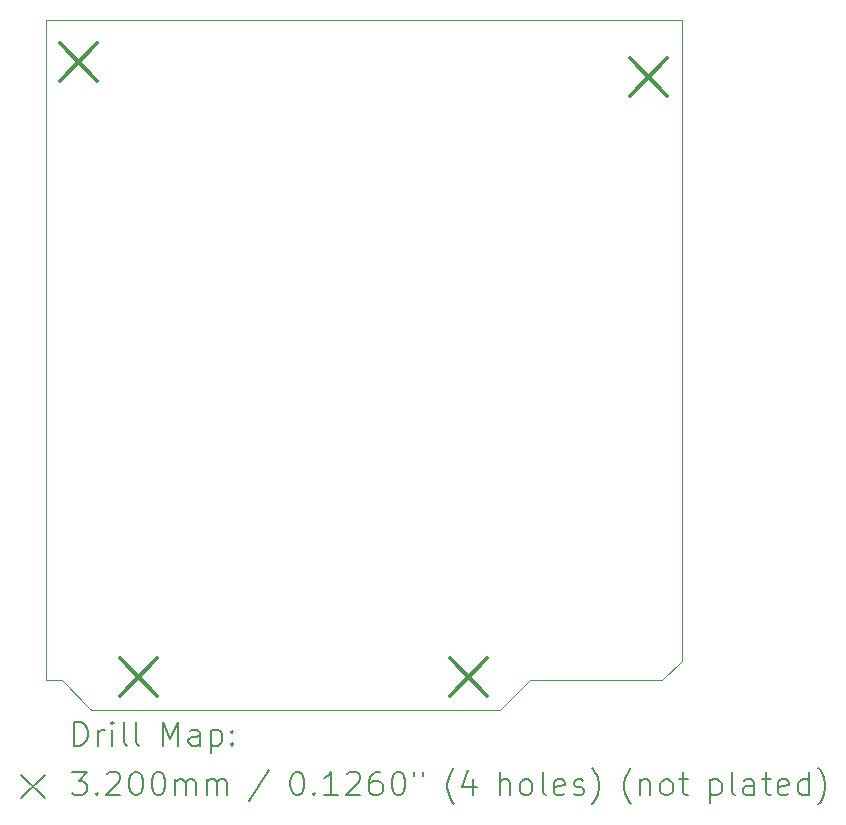
<source format=gbr>
%TF.GenerationSoftware,KiCad,Pcbnew,7.0.0*%
%TF.CreationDate,2023-02-28T23:46:12-08:00*%
%TF.ProjectId,KYBERNETES-CHASSIS-SHIELD,4b594245-524e-4455-9445-532d43484153,rev?*%
%TF.SameCoordinates,Original*%
%TF.FileFunction,Drillmap*%
%TF.FilePolarity,Positive*%
%FSLAX45Y45*%
G04 Gerber Fmt 4.5, Leading zero omitted, Abs format (unit mm)*
G04 Created by KiCad (PCBNEW 7.0.0) date 2023-02-28 23:46:12*
%MOMM*%
%LPD*%
G01*
G04 APERTURE LIST*
%ADD10C,0.100000*%
%ADD11C,0.200000*%
%ADD12C,0.320000*%
G04 APERTURE END LIST*
D10*
X17872500Y-12752500D02*
X17707500Y-12917500D01*
X12867500Y-13157500D02*
X12627500Y-12917500D01*
X17872500Y-7325000D02*
X17872500Y-12752500D01*
X16335000Y-13172500D02*
X12882500Y-13172500D01*
X12487500Y-7325000D02*
X17872500Y-7325000D01*
X17707500Y-12917500D02*
X16590000Y-12917500D01*
X12882500Y-13172500D02*
X12867500Y-13157500D01*
X16590000Y-12917500D02*
X16335000Y-13172500D01*
X12627500Y-12917500D02*
X12487500Y-12917500D01*
X12487500Y-7325000D02*
X12487500Y-12917500D01*
D11*
D12*
X12607000Y-7524988D02*
X12927000Y-7844988D01*
X12927000Y-7524988D02*
X12607000Y-7844988D01*
X13115000Y-12731988D02*
X13435000Y-13051988D01*
X13435000Y-12731988D02*
X13115000Y-13051988D01*
X15909000Y-12731988D02*
X16229000Y-13051988D01*
X16229000Y-12731988D02*
X15909000Y-13051988D01*
X17433000Y-7651988D02*
X17753000Y-7971988D01*
X17753000Y-7651988D02*
X17433000Y-7971988D01*
D11*
X12730119Y-13470976D02*
X12730119Y-13270976D01*
X12730119Y-13270976D02*
X12777738Y-13270976D01*
X12777738Y-13270976D02*
X12806309Y-13280500D01*
X12806309Y-13280500D02*
X12825357Y-13299548D01*
X12825357Y-13299548D02*
X12834881Y-13318595D01*
X12834881Y-13318595D02*
X12844405Y-13356690D01*
X12844405Y-13356690D02*
X12844405Y-13385262D01*
X12844405Y-13385262D02*
X12834881Y-13423357D01*
X12834881Y-13423357D02*
X12825357Y-13442405D01*
X12825357Y-13442405D02*
X12806309Y-13461452D01*
X12806309Y-13461452D02*
X12777738Y-13470976D01*
X12777738Y-13470976D02*
X12730119Y-13470976D01*
X12930119Y-13470976D02*
X12930119Y-13337643D01*
X12930119Y-13375738D02*
X12939643Y-13356690D01*
X12939643Y-13356690D02*
X12949167Y-13347167D01*
X12949167Y-13347167D02*
X12968214Y-13337643D01*
X12968214Y-13337643D02*
X12987262Y-13337643D01*
X13053928Y-13470976D02*
X13053928Y-13337643D01*
X13053928Y-13270976D02*
X13044405Y-13280500D01*
X13044405Y-13280500D02*
X13053928Y-13290024D01*
X13053928Y-13290024D02*
X13063452Y-13280500D01*
X13063452Y-13280500D02*
X13053928Y-13270976D01*
X13053928Y-13270976D02*
X13053928Y-13290024D01*
X13177738Y-13470976D02*
X13158690Y-13461452D01*
X13158690Y-13461452D02*
X13149167Y-13442405D01*
X13149167Y-13442405D02*
X13149167Y-13270976D01*
X13282500Y-13470976D02*
X13263452Y-13461452D01*
X13263452Y-13461452D02*
X13253928Y-13442405D01*
X13253928Y-13442405D02*
X13253928Y-13270976D01*
X13478690Y-13470976D02*
X13478690Y-13270976D01*
X13478690Y-13270976D02*
X13545357Y-13413833D01*
X13545357Y-13413833D02*
X13612024Y-13270976D01*
X13612024Y-13270976D02*
X13612024Y-13470976D01*
X13792976Y-13470976D02*
X13792976Y-13366214D01*
X13792976Y-13366214D02*
X13783452Y-13347167D01*
X13783452Y-13347167D02*
X13764405Y-13337643D01*
X13764405Y-13337643D02*
X13726309Y-13337643D01*
X13726309Y-13337643D02*
X13707262Y-13347167D01*
X13792976Y-13461452D02*
X13773928Y-13470976D01*
X13773928Y-13470976D02*
X13726309Y-13470976D01*
X13726309Y-13470976D02*
X13707262Y-13461452D01*
X13707262Y-13461452D02*
X13697738Y-13442405D01*
X13697738Y-13442405D02*
X13697738Y-13423357D01*
X13697738Y-13423357D02*
X13707262Y-13404309D01*
X13707262Y-13404309D02*
X13726309Y-13394786D01*
X13726309Y-13394786D02*
X13773928Y-13394786D01*
X13773928Y-13394786D02*
X13792976Y-13385262D01*
X13888214Y-13337643D02*
X13888214Y-13537643D01*
X13888214Y-13347167D02*
X13907262Y-13337643D01*
X13907262Y-13337643D02*
X13945357Y-13337643D01*
X13945357Y-13337643D02*
X13964405Y-13347167D01*
X13964405Y-13347167D02*
X13973928Y-13356690D01*
X13973928Y-13356690D02*
X13983452Y-13375738D01*
X13983452Y-13375738D02*
X13983452Y-13432881D01*
X13983452Y-13432881D02*
X13973928Y-13451928D01*
X13973928Y-13451928D02*
X13964405Y-13461452D01*
X13964405Y-13461452D02*
X13945357Y-13470976D01*
X13945357Y-13470976D02*
X13907262Y-13470976D01*
X13907262Y-13470976D02*
X13888214Y-13461452D01*
X14069167Y-13451928D02*
X14078690Y-13461452D01*
X14078690Y-13461452D02*
X14069167Y-13470976D01*
X14069167Y-13470976D02*
X14059643Y-13461452D01*
X14059643Y-13461452D02*
X14069167Y-13451928D01*
X14069167Y-13451928D02*
X14069167Y-13470976D01*
X14069167Y-13347167D02*
X14078690Y-13356690D01*
X14078690Y-13356690D02*
X14069167Y-13366214D01*
X14069167Y-13366214D02*
X14059643Y-13356690D01*
X14059643Y-13356690D02*
X14069167Y-13347167D01*
X14069167Y-13347167D02*
X14069167Y-13366214D01*
X12282500Y-13717500D02*
X12482500Y-13917500D01*
X12482500Y-13717500D02*
X12282500Y-13917500D01*
X12711071Y-13690976D02*
X12834881Y-13690976D01*
X12834881Y-13690976D02*
X12768214Y-13767167D01*
X12768214Y-13767167D02*
X12796786Y-13767167D01*
X12796786Y-13767167D02*
X12815833Y-13776690D01*
X12815833Y-13776690D02*
X12825357Y-13786214D01*
X12825357Y-13786214D02*
X12834881Y-13805262D01*
X12834881Y-13805262D02*
X12834881Y-13852881D01*
X12834881Y-13852881D02*
X12825357Y-13871928D01*
X12825357Y-13871928D02*
X12815833Y-13881452D01*
X12815833Y-13881452D02*
X12796786Y-13890976D01*
X12796786Y-13890976D02*
X12739643Y-13890976D01*
X12739643Y-13890976D02*
X12720595Y-13881452D01*
X12720595Y-13881452D02*
X12711071Y-13871928D01*
X12920595Y-13871928D02*
X12930119Y-13881452D01*
X12930119Y-13881452D02*
X12920595Y-13890976D01*
X12920595Y-13890976D02*
X12911071Y-13881452D01*
X12911071Y-13881452D02*
X12920595Y-13871928D01*
X12920595Y-13871928D02*
X12920595Y-13890976D01*
X13006309Y-13710024D02*
X13015833Y-13700500D01*
X13015833Y-13700500D02*
X13034881Y-13690976D01*
X13034881Y-13690976D02*
X13082500Y-13690976D01*
X13082500Y-13690976D02*
X13101548Y-13700500D01*
X13101548Y-13700500D02*
X13111071Y-13710024D01*
X13111071Y-13710024D02*
X13120595Y-13729071D01*
X13120595Y-13729071D02*
X13120595Y-13748119D01*
X13120595Y-13748119D02*
X13111071Y-13776690D01*
X13111071Y-13776690D02*
X12996786Y-13890976D01*
X12996786Y-13890976D02*
X13120595Y-13890976D01*
X13244405Y-13690976D02*
X13263452Y-13690976D01*
X13263452Y-13690976D02*
X13282500Y-13700500D01*
X13282500Y-13700500D02*
X13292024Y-13710024D01*
X13292024Y-13710024D02*
X13301548Y-13729071D01*
X13301548Y-13729071D02*
X13311071Y-13767167D01*
X13311071Y-13767167D02*
X13311071Y-13814786D01*
X13311071Y-13814786D02*
X13301548Y-13852881D01*
X13301548Y-13852881D02*
X13292024Y-13871928D01*
X13292024Y-13871928D02*
X13282500Y-13881452D01*
X13282500Y-13881452D02*
X13263452Y-13890976D01*
X13263452Y-13890976D02*
X13244405Y-13890976D01*
X13244405Y-13890976D02*
X13225357Y-13881452D01*
X13225357Y-13881452D02*
X13215833Y-13871928D01*
X13215833Y-13871928D02*
X13206309Y-13852881D01*
X13206309Y-13852881D02*
X13196786Y-13814786D01*
X13196786Y-13814786D02*
X13196786Y-13767167D01*
X13196786Y-13767167D02*
X13206309Y-13729071D01*
X13206309Y-13729071D02*
X13215833Y-13710024D01*
X13215833Y-13710024D02*
X13225357Y-13700500D01*
X13225357Y-13700500D02*
X13244405Y-13690976D01*
X13434881Y-13690976D02*
X13453929Y-13690976D01*
X13453929Y-13690976D02*
X13472976Y-13700500D01*
X13472976Y-13700500D02*
X13482500Y-13710024D01*
X13482500Y-13710024D02*
X13492024Y-13729071D01*
X13492024Y-13729071D02*
X13501548Y-13767167D01*
X13501548Y-13767167D02*
X13501548Y-13814786D01*
X13501548Y-13814786D02*
X13492024Y-13852881D01*
X13492024Y-13852881D02*
X13482500Y-13871928D01*
X13482500Y-13871928D02*
X13472976Y-13881452D01*
X13472976Y-13881452D02*
X13453929Y-13890976D01*
X13453929Y-13890976D02*
X13434881Y-13890976D01*
X13434881Y-13890976D02*
X13415833Y-13881452D01*
X13415833Y-13881452D02*
X13406309Y-13871928D01*
X13406309Y-13871928D02*
X13396786Y-13852881D01*
X13396786Y-13852881D02*
X13387262Y-13814786D01*
X13387262Y-13814786D02*
X13387262Y-13767167D01*
X13387262Y-13767167D02*
X13396786Y-13729071D01*
X13396786Y-13729071D02*
X13406309Y-13710024D01*
X13406309Y-13710024D02*
X13415833Y-13700500D01*
X13415833Y-13700500D02*
X13434881Y-13690976D01*
X13587262Y-13890976D02*
X13587262Y-13757643D01*
X13587262Y-13776690D02*
X13596786Y-13767167D01*
X13596786Y-13767167D02*
X13615833Y-13757643D01*
X13615833Y-13757643D02*
X13644405Y-13757643D01*
X13644405Y-13757643D02*
X13663452Y-13767167D01*
X13663452Y-13767167D02*
X13672976Y-13786214D01*
X13672976Y-13786214D02*
X13672976Y-13890976D01*
X13672976Y-13786214D02*
X13682500Y-13767167D01*
X13682500Y-13767167D02*
X13701548Y-13757643D01*
X13701548Y-13757643D02*
X13730119Y-13757643D01*
X13730119Y-13757643D02*
X13749167Y-13767167D01*
X13749167Y-13767167D02*
X13758690Y-13786214D01*
X13758690Y-13786214D02*
X13758690Y-13890976D01*
X13853929Y-13890976D02*
X13853929Y-13757643D01*
X13853929Y-13776690D02*
X13863452Y-13767167D01*
X13863452Y-13767167D02*
X13882500Y-13757643D01*
X13882500Y-13757643D02*
X13911071Y-13757643D01*
X13911071Y-13757643D02*
X13930119Y-13767167D01*
X13930119Y-13767167D02*
X13939643Y-13786214D01*
X13939643Y-13786214D02*
X13939643Y-13890976D01*
X13939643Y-13786214D02*
X13949167Y-13767167D01*
X13949167Y-13767167D02*
X13968214Y-13757643D01*
X13968214Y-13757643D02*
X13996786Y-13757643D01*
X13996786Y-13757643D02*
X14015833Y-13767167D01*
X14015833Y-13767167D02*
X14025357Y-13786214D01*
X14025357Y-13786214D02*
X14025357Y-13890976D01*
X14383452Y-13681452D02*
X14212024Y-13938595D01*
X14608214Y-13690976D02*
X14627262Y-13690976D01*
X14627262Y-13690976D02*
X14646310Y-13700500D01*
X14646310Y-13700500D02*
X14655833Y-13710024D01*
X14655833Y-13710024D02*
X14665357Y-13729071D01*
X14665357Y-13729071D02*
X14674881Y-13767167D01*
X14674881Y-13767167D02*
X14674881Y-13814786D01*
X14674881Y-13814786D02*
X14665357Y-13852881D01*
X14665357Y-13852881D02*
X14655833Y-13871928D01*
X14655833Y-13871928D02*
X14646310Y-13881452D01*
X14646310Y-13881452D02*
X14627262Y-13890976D01*
X14627262Y-13890976D02*
X14608214Y-13890976D01*
X14608214Y-13890976D02*
X14589167Y-13881452D01*
X14589167Y-13881452D02*
X14579643Y-13871928D01*
X14579643Y-13871928D02*
X14570119Y-13852881D01*
X14570119Y-13852881D02*
X14560595Y-13814786D01*
X14560595Y-13814786D02*
X14560595Y-13767167D01*
X14560595Y-13767167D02*
X14570119Y-13729071D01*
X14570119Y-13729071D02*
X14579643Y-13710024D01*
X14579643Y-13710024D02*
X14589167Y-13700500D01*
X14589167Y-13700500D02*
X14608214Y-13690976D01*
X14760595Y-13871928D02*
X14770119Y-13881452D01*
X14770119Y-13881452D02*
X14760595Y-13890976D01*
X14760595Y-13890976D02*
X14751071Y-13881452D01*
X14751071Y-13881452D02*
X14760595Y-13871928D01*
X14760595Y-13871928D02*
X14760595Y-13890976D01*
X14960595Y-13890976D02*
X14846310Y-13890976D01*
X14903452Y-13890976D02*
X14903452Y-13690976D01*
X14903452Y-13690976D02*
X14884405Y-13719548D01*
X14884405Y-13719548D02*
X14865357Y-13738595D01*
X14865357Y-13738595D02*
X14846310Y-13748119D01*
X15036786Y-13710024D02*
X15046310Y-13700500D01*
X15046310Y-13700500D02*
X15065357Y-13690976D01*
X15065357Y-13690976D02*
X15112976Y-13690976D01*
X15112976Y-13690976D02*
X15132024Y-13700500D01*
X15132024Y-13700500D02*
X15141548Y-13710024D01*
X15141548Y-13710024D02*
X15151071Y-13729071D01*
X15151071Y-13729071D02*
X15151071Y-13748119D01*
X15151071Y-13748119D02*
X15141548Y-13776690D01*
X15141548Y-13776690D02*
X15027262Y-13890976D01*
X15027262Y-13890976D02*
X15151071Y-13890976D01*
X15322500Y-13690976D02*
X15284405Y-13690976D01*
X15284405Y-13690976D02*
X15265357Y-13700500D01*
X15265357Y-13700500D02*
X15255833Y-13710024D01*
X15255833Y-13710024D02*
X15236786Y-13738595D01*
X15236786Y-13738595D02*
X15227262Y-13776690D01*
X15227262Y-13776690D02*
X15227262Y-13852881D01*
X15227262Y-13852881D02*
X15236786Y-13871928D01*
X15236786Y-13871928D02*
X15246310Y-13881452D01*
X15246310Y-13881452D02*
X15265357Y-13890976D01*
X15265357Y-13890976D02*
X15303452Y-13890976D01*
X15303452Y-13890976D02*
X15322500Y-13881452D01*
X15322500Y-13881452D02*
X15332024Y-13871928D01*
X15332024Y-13871928D02*
X15341548Y-13852881D01*
X15341548Y-13852881D02*
X15341548Y-13805262D01*
X15341548Y-13805262D02*
X15332024Y-13786214D01*
X15332024Y-13786214D02*
X15322500Y-13776690D01*
X15322500Y-13776690D02*
X15303452Y-13767167D01*
X15303452Y-13767167D02*
X15265357Y-13767167D01*
X15265357Y-13767167D02*
X15246310Y-13776690D01*
X15246310Y-13776690D02*
X15236786Y-13786214D01*
X15236786Y-13786214D02*
X15227262Y-13805262D01*
X15465357Y-13690976D02*
X15484405Y-13690976D01*
X15484405Y-13690976D02*
X15503452Y-13700500D01*
X15503452Y-13700500D02*
X15512976Y-13710024D01*
X15512976Y-13710024D02*
X15522500Y-13729071D01*
X15522500Y-13729071D02*
X15532024Y-13767167D01*
X15532024Y-13767167D02*
X15532024Y-13814786D01*
X15532024Y-13814786D02*
X15522500Y-13852881D01*
X15522500Y-13852881D02*
X15512976Y-13871928D01*
X15512976Y-13871928D02*
X15503452Y-13881452D01*
X15503452Y-13881452D02*
X15484405Y-13890976D01*
X15484405Y-13890976D02*
X15465357Y-13890976D01*
X15465357Y-13890976D02*
X15446310Y-13881452D01*
X15446310Y-13881452D02*
X15436786Y-13871928D01*
X15436786Y-13871928D02*
X15427262Y-13852881D01*
X15427262Y-13852881D02*
X15417738Y-13814786D01*
X15417738Y-13814786D02*
X15417738Y-13767167D01*
X15417738Y-13767167D02*
X15427262Y-13729071D01*
X15427262Y-13729071D02*
X15436786Y-13710024D01*
X15436786Y-13710024D02*
X15446310Y-13700500D01*
X15446310Y-13700500D02*
X15465357Y-13690976D01*
X15608214Y-13690976D02*
X15608214Y-13729071D01*
X15684405Y-13690976D02*
X15684405Y-13729071D01*
X15947262Y-13967167D02*
X15937738Y-13957643D01*
X15937738Y-13957643D02*
X15918691Y-13929071D01*
X15918691Y-13929071D02*
X15909167Y-13910024D01*
X15909167Y-13910024D02*
X15899643Y-13881452D01*
X15899643Y-13881452D02*
X15890119Y-13833833D01*
X15890119Y-13833833D02*
X15890119Y-13795738D01*
X15890119Y-13795738D02*
X15899643Y-13748119D01*
X15899643Y-13748119D02*
X15909167Y-13719548D01*
X15909167Y-13719548D02*
X15918691Y-13700500D01*
X15918691Y-13700500D02*
X15937738Y-13671928D01*
X15937738Y-13671928D02*
X15947262Y-13662405D01*
X16109167Y-13757643D02*
X16109167Y-13890976D01*
X16061548Y-13681452D02*
X16013929Y-13824309D01*
X16013929Y-13824309D02*
X16137738Y-13824309D01*
X16333929Y-13890976D02*
X16333929Y-13690976D01*
X16419643Y-13890976D02*
X16419643Y-13786214D01*
X16419643Y-13786214D02*
X16410119Y-13767167D01*
X16410119Y-13767167D02*
X16391072Y-13757643D01*
X16391072Y-13757643D02*
X16362500Y-13757643D01*
X16362500Y-13757643D02*
X16343452Y-13767167D01*
X16343452Y-13767167D02*
X16333929Y-13776690D01*
X16543452Y-13890976D02*
X16524405Y-13881452D01*
X16524405Y-13881452D02*
X16514881Y-13871928D01*
X16514881Y-13871928D02*
X16505357Y-13852881D01*
X16505357Y-13852881D02*
X16505357Y-13795738D01*
X16505357Y-13795738D02*
X16514881Y-13776690D01*
X16514881Y-13776690D02*
X16524405Y-13767167D01*
X16524405Y-13767167D02*
X16543452Y-13757643D01*
X16543452Y-13757643D02*
X16572024Y-13757643D01*
X16572024Y-13757643D02*
X16591072Y-13767167D01*
X16591072Y-13767167D02*
X16600595Y-13776690D01*
X16600595Y-13776690D02*
X16610119Y-13795738D01*
X16610119Y-13795738D02*
X16610119Y-13852881D01*
X16610119Y-13852881D02*
X16600595Y-13871928D01*
X16600595Y-13871928D02*
X16591072Y-13881452D01*
X16591072Y-13881452D02*
X16572024Y-13890976D01*
X16572024Y-13890976D02*
X16543452Y-13890976D01*
X16724405Y-13890976D02*
X16705357Y-13881452D01*
X16705357Y-13881452D02*
X16695833Y-13862405D01*
X16695833Y-13862405D02*
X16695833Y-13690976D01*
X16876786Y-13881452D02*
X16857738Y-13890976D01*
X16857738Y-13890976D02*
X16819643Y-13890976D01*
X16819643Y-13890976D02*
X16800595Y-13881452D01*
X16800595Y-13881452D02*
X16791072Y-13862405D01*
X16791072Y-13862405D02*
X16791072Y-13786214D01*
X16791072Y-13786214D02*
X16800595Y-13767167D01*
X16800595Y-13767167D02*
X16819643Y-13757643D01*
X16819643Y-13757643D02*
X16857738Y-13757643D01*
X16857738Y-13757643D02*
X16876786Y-13767167D01*
X16876786Y-13767167D02*
X16886310Y-13786214D01*
X16886310Y-13786214D02*
X16886310Y-13805262D01*
X16886310Y-13805262D02*
X16791072Y-13824309D01*
X16962500Y-13881452D02*
X16981548Y-13890976D01*
X16981548Y-13890976D02*
X17019643Y-13890976D01*
X17019643Y-13890976D02*
X17038691Y-13881452D01*
X17038691Y-13881452D02*
X17048215Y-13862405D01*
X17048215Y-13862405D02*
X17048215Y-13852881D01*
X17048215Y-13852881D02*
X17038691Y-13833833D01*
X17038691Y-13833833D02*
X17019643Y-13824309D01*
X17019643Y-13824309D02*
X16991072Y-13824309D01*
X16991072Y-13824309D02*
X16972024Y-13814786D01*
X16972024Y-13814786D02*
X16962500Y-13795738D01*
X16962500Y-13795738D02*
X16962500Y-13786214D01*
X16962500Y-13786214D02*
X16972024Y-13767167D01*
X16972024Y-13767167D02*
X16991072Y-13757643D01*
X16991072Y-13757643D02*
X17019643Y-13757643D01*
X17019643Y-13757643D02*
X17038691Y-13767167D01*
X17114881Y-13967167D02*
X17124405Y-13957643D01*
X17124405Y-13957643D02*
X17143453Y-13929071D01*
X17143453Y-13929071D02*
X17152976Y-13910024D01*
X17152976Y-13910024D02*
X17162500Y-13881452D01*
X17162500Y-13881452D02*
X17172024Y-13833833D01*
X17172024Y-13833833D02*
X17172024Y-13795738D01*
X17172024Y-13795738D02*
X17162500Y-13748119D01*
X17162500Y-13748119D02*
X17152976Y-13719548D01*
X17152976Y-13719548D02*
X17143453Y-13700500D01*
X17143453Y-13700500D02*
X17124405Y-13671928D01*
X17124405Y-13671928D02*
X17114881Y-13662405D01*
X17444405Y-13967167D02*
X17434881Y-13957643D01*
X17434881Y-13957643D02*
X17415834Y-13929071D01*
X17415834Y-13929071D02*
X17406310Y-13910024D01*
X17406310Y-13910024D02*
X17396786Y-13881452D01*
X17396786Y-13881452D02*
X17387262Y-13833833D01*
X17387262Y-13833833D02*
X17387262Y-13795738D01*
X17387262Y-13795738D02*
X17396786Y-13748119D01*
X17396786Y-13748119D02*
X17406310Y-13719548D01*
X17406310Y-13719548D02*
X17415834Y-13700500D01*
X17415834Y-13700500D02*
X17434881Y-13671928D01*
X17434881Y-13671928D02*
X17444405Y-13662405D01*
X17520595Y-13757643D02*
X17520595Y-13890976D01*
X17520595Y-13776690D02*
X17530119Y-13767167D01*
X17530119Y-13767167D02*
X17549167Y-13757643D01*
X17549167Y-13757643D02*
X17577738Y-13757643D01*
X17577738Y-13757643D02*
X17596786Y-13767167D01*
X17596786Y-13767167D02*
X17606310Y-13786214D01*
X17606310Y-13786214D02*
X17606310Y-13890976D01*
X17730119Y-13890976D02*
X17711072Y-13881452D01*
X17711072Y-13881452D02*
X17701548Y-13871928D01*
X17701548Y-13871928D02*
X17692024Y-13852881D01*
X17692024Y-13852881D02*
X17692024Y-13795738D01*
X17692024Y-13795738D02*
X17701548Y-13776690D01*
X17701548Y-13776690D02*
X17711072Y-13767167D01*
X17711072Y-13767167D02*
X17730119Y-13757643D01*
X17730119Y-13757643D02*
X17758691Y-13757643D01*
X17758691Y-13757643D02*
X17777738Y-13767167D01*
X17777738Y-13767167D02*
X17787262Y-13776690D01*
X17787262Y-13776690D02*
X17796786Y-13795738D01*
X17796786Y-13795738D02*
X17796786Y-13852881D01*
X17796786Y-13852881D02*
X17787262Y-13871928D01*
X17787262Y-13871928D02*
X17777738Y-13881452D01*
X17777738Y-13881452D02*
X17758691Y-13890976D01*
X17758691Y-13890976D02*
X17730119Y-13890976D01*
X17853929Y-13757643D02*
X17930119Y-13757643D01*
X17882500Y-13690976D02*
X17882500Y-13862405D01*
X17882500Y-13862405D02*
X17892024Y-13881452D01*
X17892024Y-13881452D02*
X17911072Y-13890976D01*
X17911072Y-13890976D02*
X17930119Y-13890976D01*
X18116786Y-13757643D02*
X18116786Y-13957643D01*
X18116786Y-13767167D02*
X18135834Y-13757643D01*
X18135834Y-13757643D02*
X18173929Y-13757643D01*
X18173929Y-13757643D02*
X18192976Y-13767167D01*
X18192976Y-13767167D02*
X18202500Y-13776690D01*
X18202500Y-13776690D02*
X18212024Y-13795738D01*
X18212024Y-13795738D02*
X18212024Y-13852881D01*
X18212024Y-13852881D02*
X18202500Y-13871928D01*
X18202500Y-13871928D02*
X18192976Y-13881452D01*
X18192976Y-13881452D02*
X18173929Y-13890976D01*
X18173929Y-13890976D02*
X18135834Y-13890976D01*
X18135834Y-13890976D02*
X18116786Y-13881452D01*
X18326310Y-13890976D02*
X18307262Y-13881452D01*
X18307262Y-13881452D02*
X18297738Y-13862405D01*
X18297738Y-13862405D02*
X18297738Y-13690976D01*
X18488215Y-13890976D02*
X18488215Y-13786214D01*
X18488215Y-13786214D02*
X18478691Y-13767167D01*
X18478691Y-13767167D02*
X18459643Y-13757643D01*
X18459643Y-13757643D02*
X18421548Y-13757643D01*
X18421548Y-13757643D02*
X18402500Y-13767167D01*
X18488215Y-13881452D02*
X18469167Y-13890976D01*
X18469167Y-13890976D02*
X18421548Y-13890976D01*
X18421548Y-13890976D02*
X18402500Y-13881452D01*
X18402500Y-13881452D02*
X18392976Y-13862405D01*
X18392976Y-13862405D02*
X18392976Y-13843357D01*
X18392976Y-13843357D02*
X18402500Y-13824309D01*
X18402500Y-13824309D02*
X18421548Y-13814786D01*
X18421548Y-13814786D02*
X18469167Y-13814786D01*
X18469167Y-13814786D02*
X18488215Y-13805262D01*
X18554881Y-13757643D02*
X18631072Y-13757643D01*
X18583453Y-13690976D02*
X18583453Y-13862405D01*
X18583453Y-13862405D02*
X18592976Y-13881452D01*
X18592976Y-13881452D02*
X18612024Y-13890976D01*
X18612024Y-13890976D02*
X18631072Y-13890976D01*
X18773929Y-13881452D02*
X18754881Y-13890976D01*
X18754881Y-13890976D02*
X18716786Y-13890976D01*
X18716786Y-13890976D02*
X18697738Y-13881452D01*
X18697738Y-13881452D02*
X18688215Y-13862405D01*
X18688215Y-13862405D02*
X18688215Y-13786214D01*
X18688215Y-13786214D02*
X18697738Y-13767167D01*
X18697738Y-13767167D02*
X18716786Y-13757643D01*
X18716786Y-13757643D02*
X18754881Y-13757643D01*
X18754881Y-13757643D02*
X18773929Y-13767167D01*
X18773929Y-13767167D02*
X18783453Y-13786214D01*
X18783453Y-13786214D02*
X18783453Y-13805262D01*
X18783453Y-13805262D02*
X18688215Y-13824309D01*
X18954881Y-13890976D02*
X18954881Y-13690976D01*
X18954881Y-13881452D02*
X18935834Y-13890976D01*
X18935834Y-13890976D02*
X18897738Y-13890976D01*
X18897738Y-13890976D02*
X18878691Y-13881452D01*
X18878691Y-13881452D02*
X18869167Y-13871928D01*
X18869167Y-13871928D02*
X18859643Y-13852881D01*
X18859643Y-13852881D02*
X18859643Y-13795738D01*
X18859643Y-13795738D02*
X18869167Y-13776690D01*
X18869167Y-13776690D02*
X18878691Y-13767167D01*
X18878691Y-13767167D02*
X18897738Y-13757643D01*
X18897738Y-13757643D02*
X18935834Y-13757643D01*
X18935834Y-13757643D02*
X18954881Y-13767167D01*
X19031072Y-13967167D02*
X19040596Y-13957643D01*
X19040596Y-13957643D02*
X19059643Y-13929071D01*
X19059643Y-13929071D02*
X19069167Y-13910024D01*
X19069167Y-13910024D02*
X19078691Y-13881452D01*
X19078691Y-13881452D02*
X19088215Y-13833833D01*
X19088215Y-13833833D02*
X19088215Y-13795738D01*
X19088215Y-13795738D02*
X19078691Y-13748119D01*
X19078691Y-13748119D02*
X19069167Y-13719548D01*
X19069167Y-13719548D02*
X19059643Y-13700500D01*
X19059643Y-13700500D02*
X19040596Y-13671928D01*
X19040596Y-13671928D02*
X19031072Y-13662405D01*
M02*

</source>
